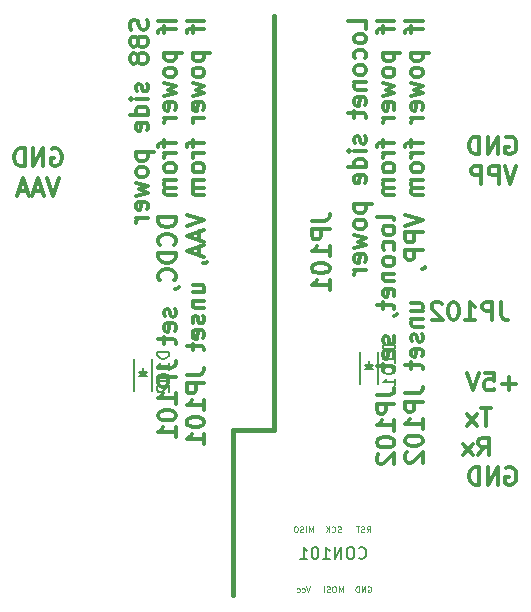
<source format=gbo>
G04 #@! TF.FileFunction,Legend,Bot*
%FSLAX46Y46*%
G04 Gerber Fmt 4.6, Leading zero omitted, Abs format (unit mm)*
G04 Created by KiCad (PCBNEW 4.0.0-stable) date 2015 December 06, Sunday 20:59:24*
%MOMM*%
G01*
G04 APERTURE LIST*
%ADD10C,0.100000*%
%ADD11C,0.300000*%
%ADD12C,0.400000*%
%ADD13C,0.150000*%
%ADD14C,0.125000*%
G04 APERTURE END LIST*
D10*
D11*
X170928571Y-111607143D02*
X169785714Y-111607143D01*
X170357143Y-112178571D02*
X170357143Y-111035714D01*
X168357142Y-110678571D02*
X169071428Y-110678571D01*
X169142857Y-111392857D01*
X169071428Y-111321429D01*
X168928571Y-111250000D01*
X168571428Y-111250000D01*
X168428571Y-111321429D01*
X168357142Y-111392857D01*
X168285714Y-111535714D01*
X168285714Y-111892857D01*
X168357142Y-112035714D01*
X168428571Y-112107143D01*
X168571428Y-112178571D01*
X168928571Y-112178571D01*
X169071428Y-112107143D01*
X169142857Y-112035714D01*
X167857143Y-110678571D02*
X167357143Y-112178571D01*
X166857143Y-110678571D01*
X170142857Y-118750000D02*
X170285714Y-118678571D01*
X170500000Y-118678571D01*
X170714285Y-118750000D01*
X170857143Y-118892857D01*
X170928571Y-119035714D01*
X171000000Y-119321429D01*
X171000000Y-119535714D01*
X170928571Y-119821429D01*
X170857143Y-119964286D01*
X170714285Y-120107143D01*
X170500000Y-120178571D01*
X170357143Y-120178571D01*
X170142857Y-120107143D01*
X170071428Y-120035714D01*
X170071428Y-119535714D01*
X170357143Y-119535714D01*
X169428571Y-120178571D02*
X169428571Y-118678571D01*
X168571428Y-120178571D01*
X168571428Y-118678571D01*
X167857142Y-120178571D02*
X167857142Y-118678571D01*
X167499999Y-118678571D01*
X167285714Y-118750000D01*
X167142856Y-118892857D01*
X167071428Y-119035714D01*
X166999999Y-119321429D01*
X166999999Y-119535714D01*
X167071428Y-119821429D01*
X167142856Y-119964286D01*
X167285714Y-120107143D01*
X167499999Y-120178571D01*
X167857142Y-120178571D01*
X168857143Y-113678571D02*
X168000000Y-113678571D01*
X168428571Y-115178571D02*
X168428571Y-113678571D01*
X167642857Y-115178571D02*
X166857143Y-114178571D01*
X167642857Y-114178571D02*
X166857143Y-115178571D01*
X167785714Y-117678571D02*
X168285714Y-116964286D01*
X168642857Y-117678571D02*
X168642857Y-116178571D01*
X168071429Y-116178571D01*
X167928571Y-116250000D01*
X167857143Y-116321429D01*
X167785714Y-116464286D01*
X167785714Y-116678571D01*
X167857143Y-116821429D01*
X167928571Y-116892857D01*
X168071429Y-116964286D01*
X168642857Y-116964286D01*
X167285714Y-117678571D02*
X166500000Y-116678571D01*
X167285714Y-116678571D02*
X166500000Y-117678571D01*
X169678571Y-104678571D02*
X169678571Y-105750000D01*
X169749999Y-105964286D01*
X169892856Y-106107143D01*
X170107142Y-106178571D01*
X170249999Y-106178571D01*
X168964285Y-106178571D02*
X168964285Y-104678571D01*
X168392857Y-104678571D01*
X168249999Y-104750000D01*
X168178571Y-104821429D01*
X168107142Y-104964286D01*
X168107142Y-105178571D01*
X168178571Y-105321429D01*
X168249999Y-105392857D01*
X168392857Y-105464286D01*
X168964285Y-105464286D01*
X166678571Y-106178571D02*
X167535714Y-106178571D01*
X167107142Y-106178571D02*
X167107142Y-104678571D01*
X167249999Y-104892857D01*
X167392857Y-105035714D01*
X167535714Y-105107143D01*
X165750000Y-104678571D02*
X165607143Y-104678571D01*
X165464286Y-104750000D01*
X165392857Y-104821429D01*
X165321428Y-104964286D01*
X165250000Y-105250000D01*
X165250000Y-105607143D01*
X165321428Y-105892857D01*
X165392857Y-106035714D01*
X165464286Y-106107143D01*
X165607143Y-106178571D01*
X165750000Y-106178571D01*
X165892857Y-106107143D01*
X165964286Y-106035714D01*
X166035714Y-105892857D01*
X166107143Y-105607143D01*
X166107143Y-105250000D01*
X166035714Y-104964286D01*
X165964286Y-104821429D01*
X165892857Y-104750000D01*
X165750000Y-104678571D01*
X164678572Y-104821429D02*
X164607143Y-104750000D01*
X164464286Y-104678571D01*
X164107143Y-104678571D01*
X163964286Y-104750000D01*
X163892857Y-104821429D01*
X163821429Y-104964286D01*
X163821429Y-105107143D01*
X163892857Y-105321429D01*
X164750000Y-106178571D01*
X163821429Y-106178571D01*
X153678571Y-97821429D02*
X154750000Y-97821429D01*
X154964286Y-97750001D01*
X155107143Y-97607144D01*
X155178571Y-97392858D01*
X155178571Y-97250001D01*
X155178571Y-98535715D02*
X153678571Y-98535715D01*
X153678571Y-99107143D01*
X153750000Y-99250001D01*
X153821429Y-99321429D01*
X153964286Y-99392858D01*
X154178571Y-99392858D01*
X154321429Y-99321429D01*
X154392857Y-99250001D01*
X154464286Y-99107143D01*
X154464286Y-98535715D01*
X155178571Y-100821429D02*
X155178571Y-99964286D01*
X155178571Y-100392858D02*
X153678571Y-100392858D01*
X153892857Y-100250001D01*
X154035714Y-100107143D01*
X154107143Y-99964286D01*
X153678571Y-101750000D02*
X153678571Y-101892857D01*
X153750000Y-102035714D01*
X153821429Y-102107143D01*
X153964286Y-102178572D01*
X154250000Y-102250000D01*
X154607143Y-102250000D01*
X154892857Y-102178572D01*
X155035714Y-102107143D01*
X155107143Y-102035714D01*
X155178571Y-101892857D01*
X155178571Y-101750000D01*
X155107143Y-101607143D01*
X155035714Y-101535714D01*
X154892857Y-101464286D01*
X154607143Y-101392857D01*
X154250000Y-101392857D01*
X153964286Y-101464286D01*
X153821429Y-101535714D01*
X153750000Y-101607143D01*
X153678571Y-101750000D01*
X155178571Y-103678571D02*
X155178571Y-102821428D01*
X155178571Y-103250000D02*
X153678571Y-103250000D01*
X153892857Y-103107143D01*
X154035714Y-102964285D01*
X154107143Y-102821428D01*
X158278571Y-81571429D02*
X158278571Y-80857143D01*
X156778571Y-80857143D01*
X158278571Y-82285715D02*
X158207143Y-82142857D01*
X158135714Y-82071429D01*
X157992857Y-82000000D01*
X157564286Y-82000000D01*
X157421429Y-82071429D01*
X157350000Y-82142857D01*
X157278571Y-82285715D01*
X157278571Y-82500000D01*
X157350000Y-82642857D01*
X157421429Y-82714286D01*
X157564286Y-82785715D01*
X157992857Y-82785715D01*
X158135714Y-82714286D01*
X158207143Y-82642857D01*
X158278571Y-82500000D01*
X158278571Y-82285715D01*
X158207143Y-84071429D02*
X158278571Y-83928572D01*
X158278571Y-83642858D01*
X158207143Y-83500000D01*
X158135714Y-83428572D01*
X157992857Y-83357143D01*
X157564286Y-83357143D01*
X157421429Y-83428572D01*
X157350000Y-83500000D01*
X157278571Y-83642858D01*
X157278571Y-83928572D01*
X157350000Y-84071429D01*
X158278571Y-84928572D02*
X158207143Y-84785714D01*
X158135714Y-84714286D01*
X157992857Y-84642857D01*
X157564286Y-84642857D01*
X157421429Y-84714286D01*
X157350000Y-84785714D01*
X157278571Y-84928572D01*
X157278571Y-85142857D01*
X157350000Y-85285714D01*
X157421429Y-85357143D01*
X157564286Y-85428572D01*
X157992857Y-85428572D01*
X158135714Y-85357143D01*
X158207143Y-85285714D01*
X158278571Y-85142857D01*
X158278571Y-84928572D01*
X157278571Y-86071429D02*
X158278571Y-86071429D01*
X157421429Y-86071429D02*
X157350000Y-86142857D01*
X157278571Y-86285715D01*
X157278571Y-86500000D01*
X157350000Y-86642857D01*
X157492857Y-86714286D01*
X158278571Y-86714286D01*
X158207143Y-88000000D02*
X158278571Y-87857143D01*
X158278571Y-87571429D01*
X158207143Y-87428572D01*
X158064286Y-87357143D01*
X157492857Y-87357143D01*
X157350000Y-87428572D01*
X157278571Y-87571429D01*
X157278571Y-87857143D01*
X157350000Y-88000000D01*
X157492857Y-88071429D01*
X157635714Y-88071429D01*
X157778571Y-87357143D01*
X157278571Y-88500000D02*
X157278571Y-89071429D01*
X156778571Y-88714286D02*
X158064286Y-88714286D01*
X158207143Y-88785714D01*
X158278571Y-88928572D01*
X158278571Y-89071429D01*
X158207143Y-90642857D02*
X158278571Y-90785714D01*
X158278571Y-91071429D01*
X158207143Y-91214286D01*
X158064286Y-91285714D01*
X157992857Y-91285714D01*
X157850000Y-91214286D01*
X157778571Y-91071429D01*
X157778571Y-90857143D01*
X157707143Y-90714286D01*
X157564286Y-90642857D01*
X157492857Y-90642857D01*
X157350000Y-90714286D01*
X157278571Y-90857143D01*
X157278571Y-91071429D01*
X157350000Y-91214286D01*
X158278571Y-91928572D02*
X157278571Y-91928572D01*
X156778571Y-91928572D02*
X156850000Y-91857143D01*
X156921429Y-91928572D01*
X156850000Y-92000000D01*
X156778571Y-91928572D01*
X156921429Y-91928572D01*
X158278571Y-93285715D02*
X156778571Y-93285715D01*
X158207143Y-93285715D02*
X158278571Y-93142858D01*
X158278571Y-92857144D01*
X158207143Y-92714286D01*
X158135714Y-92642858D01*
X157992857Y-92571429D01*
X157564286Y-92571429D01*
X157421429Y-92642858D01*
X157350000Y-92714286D01*
X157278571Y-92857144D01*
X157278571Y-93142858D01*
X157350000Y-93285715D01*
X158207143Y-94571429D02*
X158278571Y-94428572D01*
X158278571Y-94142858D01*
X158207143Y-94000001D01*
X158064286Y-93928572D01*
X157492857Y-93928572D01*
X157350000Y-94000001D01*
X157278571Y-94142858D01*
X157278571Y-94428572D01*
X157350000Y-94571429D01*
X157492857Y-94642858D01*
X157635714Y-94642858D01*
X157778571Y-93928572D01*
X157278571Y-96428572D02*
X158778571Y-96428572D01*
X157350000Y-96428572D02*
X157278571Y-96571429D01*
X157278571Y-96857143D01*
X157350000Y-97000000D01*
X157421429Y-97071429D01*
X157564286Y-97142858D01*
X157992857Y-97142858D01*
X158135714Y-97071429D01*
X158207143Y-97000000D01*
X158278571Y-96857143D01*
X158278571Y-96571429D01*
X158207143Y-96428572D01*
X158278571Y-98000001D02*
X158207143Y-97857143D01*
X158135714Y-97785715D01*
X157992857Y-97714286D01*
X157564286Y-97714286D01*
X157421429Y-97785715D01*
X157350000Y-97857143D01*
X157278571Y-98000001D01*
X157278571Y-98214286D01*
X157350000Y-98357143D01*
X157421429Y-98428572D01*
X157564286Y-98500001D01*
X157992857Y-98500001D01*
X158135714Y-98428572D01*
X158207143Y-98357143D01*
X158278571Y-98214286D01*
X158278571Y-98000001D01*
X157278571Y-99000001D02*
X158278571Y-99285715D01*
X157564286Y-99571429D01*
X158278571Y-99857144D01*
X157278571Y-100142858D01*
X158207143Y-101285715D02*
X158278571Y-101142858D01*
X158278571Y-100857144D01*
X158207143Y-100714287D01*
X158064286Y-100642858D01*
X157492857Y-100642858D01*
X157350000Y-100714287D01*
X157278571Y-100857144D01*
X157278571Y-101142858D01*
X157350000Y-101285715D01*
X157492857Y-101357144D01*
X157635714Y-101357144D01*
X157778571Y-100642858D01*
X158278571Y-102000001D02*
X157278571Y-102000001D01*
X157564286Y-102000001D02*
X157421429Y-102071429D01*
X157350000Y-102142858D01*
X157278571Y-102285715D01*
X157278571Y-102428572D01*
X160678571Y-80857143D02*
X159178571Y-80857143D01*
X159678571Y-81357143D02*
X159678571Y-81928572D01*
X160678571Y-81571429D02*
X159392857Y-81571429D01*
X159250000Y-81642857D01*
X159178571Y-81785715D01*
X159178571Y-81928572D01*
X159678571Y-83571429D02*
X161178571Y-83571429D01*
X159750000Y-83571429D02*
X159678571Y-83714286D01*
X159678571Y-84000000D01*
X159750000Y-84142857D01*
X159821429Y-84214286D01*
X159964286Y-84285715D01*
X160392857Y-84285715D01*
X160535714Y-84214286D01*
X160607143Y-84142857D01*
X160678571Y-84000000D01*
X160678571Y-83714286D01*
X160607143Y-83571429D01*
X160678571Y-85142858D02*
X160607143Y-85000000D01*
X160535714Y-84928572D01*
X160392857Y-84857143D01*
X159964286Y-84857143D01*
X159821429Y-84928572D01*
X159750000Y-85000000D01*
X159678571Y-85142858D01*
X159678571Y-85357143D01*
X159750000Y-85500000D01*
X159821429Y-85571429D01*
X159964286Y-85642858D01*
X160392857Y-85642858D01*
X160535714Y-85571429D01*
X160607143Y-85500000D01*
X160678571Y-85357143D01*
X160678571Y-85142858D01*
X159678571Y-86142858D02*
X160678571Y-86428572D01*
X159964286Y-86714286D01*
X160678571Y-87000001D01*
X159678571Y-87285715D01*
X160607143Y-88428572D02*
X160678571Y-88285715D01*
X160678571Y-88000001D01*
X160607143Y-87857144D01*
X160464286Y-87785715D01*
X159892857Y-87785715D01*
X159750000Y-87857144D01*
X159678571Y-88000001D01*
X159678571Y-88285715D01*
X159750000Y-88428572D01*
X159892857Y-88500001D01*
X160035714Y-88500001D01*
X160178571Y-87785715D01*
X160678571Y-89142858D02*
X159678571Y-89142858D01*
X159964286Y-89142858D02*
X159821429Y-89214286D01*
X159750000Y-89285715D01*
X159678571Y-89428572D01*
X159678571Y-89571429D01*
X159678571Y-91000000D02*
X159678571Y-91571429D01*
X160678571Y-91214286D02*
X159392857Y-91214286D01*
X159250000Y-91285714D01*
X159178571Y-91428572D01*
X159178571Y-91571429D01*
X160678571Y-92071429D02*
X159678571Y-92071429D01*
X159964286Y-92071429D02*
X159821429Y-92142857D01*
X159750000Y-92214286D01*
X159678571Y-92357143D01*
X159678571Y-92500000D01*
X160678571Y-93214286D02*
X160607143Y-93071428D01*
X160535714Y-93000000D01*
X160392857Y-92928571D01*
X159964286Y-92928571D01*
X159821429Y-93000000D01*
X159750000Y-93071428D01*
X159678571Y-93214286D01*
X159678571Y-93428571D01*
X159750000Y-93571428D01*
X159821429Y-93642857D01*
X159964286Y-93714286D01*
X160392857Y-93714286D01*
X160535714Y-93642857D01*
X160607143Y-93571428D01*
X160678571Y-93428571D01*
X160678571Y-93214286D01*
X160678571Y-94357143D02*
X159678571Y-94357143D01*
X159821429Y-94357143D02*
X159750000Y-94428571D01*
X159678571Y-94571429D01*
X159678571Y-94785714D01*
X159750000Y-94928571D01*
X159892857Y-95000000D01*
X160678571Y-95000000D01*
X159892857Y-95000000D02*
X159750000Y-95071429D01*
X159678571Y-95214286D01*
X159678571Y-95428571D01*
X159750000Y-95571429D01*
X159892857Y-95642857D01*
X160678571Y-95642857D01*
X160678571Y-97714286D02*
X160607143Y-97571428D01*
X160464286Y-97500000D01*
X159178571Y-97500000D01*
X160678571Y-98500000D02*
X160607143Y-98357142D01*
X160535714Y-98285714D01*
X160392857Y-98214285D01*
X159964286Y-98214285D01*
X159821429Y-98285714D01*
X159750000Y-98357142D01*
X159678571Y-98500000D01*
X159678571Y-98714285D01*
X159750000Y-98857142D01*
X159821429Y-98928571D01*
X159964286Y-99000000D01*
X160392857Y-99000000D01*
X160535714Y-98928571D01*
X160607143Y-98857142D01*
X160678571Y-98714285D01*
X160678571Y-98500000D01*
X160607143Y-100285714D02*
X160678571Y-100142857D01*
X160678571Y-99857143D01*
X160607143Y-99714285D01*
X160535714Y-99642857D01*
X160392857Y-99571428D01*
X159964286Y-99571428D01*
X159821429Y-99642857D01*
X159750000Y-99714285D01*
X159678571Y-99857143D01*
X159678571Y-100142857D01*
X159750000Y-100285714D01*
X160678571Y-101142857D02*
X160607143Y-100999999D01*
X160535714Y-100928571D01*
X160392857Y-100857142D01*
X159964286Y-100857142D01*
X159821429Y-100928571D01*
X159750000Y-100999999D01*
X159678571Y-101142857D01*
X159678571Y-101357142D01*
X159750000Y-101499999D01*
X159821429Y-101571428D01*
X159964286Y-101642857D01*
X160392857Y-101642857D01*
X160535714Y-101571428D01*
X160607143Y-101499999D01*
X160678571Y-101357142D01*
X160678571Y-101142857D01*
X159678571Y-102285714D02*
X160678571Y-102285714D01*
X159821429Y-102285714D02*
X159750000Y-102357142D01*
X159678571Y-102500000D01*
X159678571Y-102714285D01*
X159750000Y-102857142D01*
X159892857Y-102928571D01*
X160678571Y-102928571D01*
X160607143Y-104214285D02*
X160678571Y-104071428D01*
X160678571Y-103785714D01*
X160607143Y-103642857D01*
X160464286Y-103571428D01*
X159892857Y-103571428D01*
X159750000Y-103642857D01*
X159678571Y-103785714D01*
X159678571Y-104071428D01*
X159750000Y-104214285D01*
X159892857Y-104285714D01*
X160035714Y-104285714D01*
X160178571Y-103571428D01*
X159678571Y-104714285D02*
X159678571Y-105285714D01*
X159178571Y-104928571D02*
X160464286Y-104928571D01*
X160607143Y-104999999D01*
X160678571Y-105142857D01*
X160678571Y-105285714D01*
X160607143Y-105857142D02*
X160678571Y-105857142D01*
X160821429Y-105785714D01*
X160892857Y-105714285D01*
X160607143Y-107571428D02*
X160678571Y-107714285D01*
X160678571Y-108000000D01*
X160607143Y-108142857D01*
X160464286Y-108214285D01*
X160392857Y-108214285D01*
X160250000Y-108142857D01*
X160178571Y-108000000D01*
X160178571Y-107785714D01*
X160107143Y-107642857D01*
X159964286Y-107571428D01*
X159892857Y-107571428D01*
X159750000Y-107642857D01*
X159678571Y-107785714D01*
X159678571Y-108000000D01*
X159750000Y-108142857D01*
X160607143Y-109428571D02*
X160678571Y-109285714D01*
X160678571Y-109000000D01*
X160607143Y-108857143D01*
X160464286Y-108785714D01*
X159892857Y-108785714D01*
X159750000Y-108857143D01*
X159678571Y-109000000D01*
X159678571Y-109285714D01*
X159750000Y-109428571D01*
X159892857Y-109500000D01*
X160035714Y-109500000D01*
X160178571Y-108785714D01*
X159678571Y-109928571D02*
X159678571Y-110500000D01*
X159178571Y-110142857D02*
X160464286Y-110142857D01*
X160607143Y-110214285D01*
X160678571Y-110357143D01*
X160678571Y-110500000D01*
X159178571Y-112571428D02*
X160250000Y-112571428D01*
X160464286Y-112500000D01*
X160607143Y-112357143D01*
X160678571Y-112142857D01*
X160678571Y-112000000D01*
X160678571Y-113285714D02*
X159178571Y-113285714D01*
X159178571Y-113857142D01*
X159250000Y-114000000D01*
X159321429Y-114071428D01*
X159464286Y-114142857D01*
X159678571Y-114142857D01*
X159821429Y-114071428D01*
X159892857Y-114000000D01*
X159964286Y-113857142D01*
X159964286Y-113285714D01*
X160678571Y-115571428D02*
X160678571Y-114714285D01*
X160678571Y-115142857D02*
X159178571Y-115142857D01*
X159392857Y-115000000D01*
X159535714Y-114857142D01*
X159607143Y-114714285D01*
X159178571Y-116499999D02*
X159178571Y-116642856D01*
X159250000Y-116785713D01*
X159321429Y-116857142D01*
X159464286Y-116928571D01*
X159750000Y-116999999D01*
X160107143Y-116999999D01*
X160392857Y-116928571D01*
X160535714Y-116857142D01*
X160607143Y-116785713D01*
X160678571Y-116642856D01*
X160678571Y-116499999D01*
X160607143Y-116357142D01*
X160535714Y-116285713D01*
X160392857Y-116214285D01*
X160107143Y-116142856D01*
X159750000Y-116142856D01*
X159464286Y-116214285D01*
X159321429Y-116285713D01*
X159250000Y-116357142D01*
X159178571Y-116499999D01*
X159321429Y-117571427D02*
X159250000Y-117642856D01*
X159178571Y-117785713D01*
X159178571Y-118142856D01*
X159250000Y-118285713D01*
X159321429Y-118357142D01*
X159464286Y-118428570D01*
X159607143Y-118428570D01*
X159821429Y-118357142D01*
X160678571Y-117499999D01*
X160678571Y-118428570D01*
X163078571Y-80857143D02*
X161578571Y-80857143D01*
X162078571Y-81357143D02*
X162078571Y-81928572D01*
X163078571Y-81571429D02*
X161792857Y-81571429D01*
X161650000Y-81642857D01*
X161578571Y-81785715D01*
X161578571Y-81928572D01*
X162078571Y-83571429D02*
X163578571Y-83571429D01*
X162150000Y-83571429D02*
X162078571Y-83714286D01*
X162078571Y-84000000D01*
X162150000Y-84142857D01*
X162221429Y-84214286D01*
X162364286Y-84285715D01*
X162792857Y-84285715D01*
X162935714Y-84214286D01*
X163007143Y-84142857D01*
X163078571Y-84000000D01*
X163078571Y-83714286D01*
X163007143Y-83571429D01*
X163078571Y-85142858D02*
X163007143Y-85000000D01*
X162935714Y-84928572D01*
X162792857Y-84857143D01*
X162364286Y-84857143D01*
X162221429Y-84928572D01*
X162150000Y-85000000D01*
X162078571Y-85142858D01*
X162078571Y-85357143D01*
X162150000Y-85500000D01*
X162221429Y-85571429D01*
X162364286Y-85642858D01*
X162792857Y-85642858D01*
X162935714Y-85571429D01*
X163007143Y-85500000D01*
X163078571Y-85357143D01*
X163078571Y-85142858D01*
X162078571Y-86142858D02*
X163078571Y-86428572D01*
X162364286Y-86714286D01*
X163078571Y-87000001D01*
X162078571Y-87285715D01*
X163007143Y-88428572D02*
X163078571Y-88285715D01*
X163078571Y-88000001D01*
X163007143Y-87857144D01*
X162864286Y-87785715D01*
X162292857Y-87785715D01*
X162150000Y-87857144D01*
X162078571Y-88000001D01*
X162078571Y-88285715D01*
X162150000Y-88428572D01*
X162292857Y-88500001D01*
X162435714Y-88500001D01*
X162578571Y-87785715D01*
X163078571Y-89142858D02*
X162078571Y-89142858D01*
X162364286Y-89142858D02*
X162221429Y-89214286D01*
X162150000Y-89285715D01*
X162078571Y-89428572D01*
X162078571Y-89571429D01*
X162078571Y-91000000D02*
X162078571Y-91571429D01*
X163078571Y-91214286D02*
X161792857Y-91214286D01*
X161650000Y-91285714D01*
X161578571Y-91428572D01*
X161578571Y-91571429D01*
X163078571Y-92071429D02*
X162078571Y-92071429D01*
X162364286Y-92071429D02*
X162221429Y-92142857D01*
X162150000Y-92214286D01*
X162078571Y-92357143D01*
X162078571Y-92500000D01*
X163078571Y-93214286D02*
X163007143Y-93071428D01*
X162935714Y-93000000D01*
X162792857Y-92928571D01*
X162364286Y-92928571D01*
X162221429Y-93000000D01*
X162150000Y-93071428D01*
X162078571Y-93214286D01*
X162078571Y-93428571D01*
X162150000Y-93571428D01*
X162221429Y-93642857D01*
X162364286Y-93714286D01*
X162792857Y-93714286D01*
X162935714Y-93642857D01*
X163007143Y-93571428D01*
X163078571Y-93428571D01*
X163078571Y-93214286D01*
X163078571Y-94357143D02*
X162078571Y-94357143D01*
X162221429Y-94357143D02*
X162150000Y-94428571D01*
X162078571Y-94571429D01*
X162078571Y-94785714D01*
X162150000Y-94928571D01*
X162292857Y-95000000D01*
X163078571Y-95000000D01*
X162292857Y-95000000D02*
X162150000Y-95071429D01*
X162078571Y-95214286D01*
X162078571Y-95428571D01*
X162150000Y-95571429D01*
X162292857Y-95642857D01*
X163078571Y-95642857D01*
X161578571Y-97285714D02*
X163078571Y-97785714D01*
X161578571Y-98285714D01*
X163078571Y-98785714D02*
X161578571Y-98785714D01*
X161578571Y-99357142D01*
X161650000Y-99500000D01*
X161721429Y-99571428D01*
X161864286Y-99642857D01*
X162078571Y-99642857D01*
X162221429Y-99571428D01*
X162292857Y-99500000D01*
X162364286Y-99357142D01*
X162364286Y-98785714D01*
X163078571Y-100285714D02*
X161578571Y-100285714D01*
X161578571Y-100857142D01*
X161650000Y-101000000D01*
X161721429Y-101071428D01*
X161864286Y-101142857D01*
X162078571Y-101142857D01*
X162221429Y-101071428D01*
X162292857Y-101000000D01*
X162364286Y-100857142D01*
X162364286Y-100285714D01*
X163007143Y-101857142D02*
X163078571Y-101857142D01*
X163221429Y-101785714D01*
X163292857Y-101714285D01*
X162078571Y-105428571D02*
X163078571Y-105428571D01*
X162078571Y-104785714D02*
X162864286Y-104785714D01*
X163007143Y-104857142D01*
X163078571Y-105000000D01*
X163078571Y-105214285D01*
X163007143Y-105357142D01*
X162935714Y-105428571D01*
X162078571Y-106142857D02*
X163078571Y-106142857D01*
X162221429Y-106142857D02*
X162150000Y-106214285D01*
X162078571Y-106357143D01*
X162078571Y-106571428D01*
X162150000Y-106714285D01*
X162292857Y-106785714D01*
X163078571Y-106785714D01*
X163007143Y-107428571D02*
X163078571Y-107571428D01*
X163078571Y-107857143D01*
X163007143Y-108000000D01*
X162864286Y-108071428D01*
X162792857Y-108071428D01*
X162650000Y-108000000D01*
X162578571Y-107857143D01*
X162578571Y-107642857D01*
X162507143Y-107500000D01*
X162364286Y-107428571D01*
X162292857Y-107428571D01*
X162150000Y-107500000D01*
X162078571Y-107642857D01*
X162078571Y-107857143D01*
X162150000Y-108000000D01*
X163007143Y-109285714D02*
X163078571Y-109142857D01*
X163078571Y-108857143D01*
X163007143Y-108714286D01*
X162864286Y-108642857D01*
X162292857Y-108642857D01*
X162150000Y-108714286D01*
X162078571Y-108857143D01*
X162078571Y-109142857D01*
X162150000Y-109285714D01*
X162292857Y-109357143D01*
X162435714Y-109357143D01*
X162578571Y-108642857D01*
X162078571Y-109785714D02*
X162078571Y-110357143D01*
X161578571Y-110000000D02*
X162864286Y-110000000D01*
X163007143Y-110071428D01*
X163078571Y-110214286D01*
X163078571Y-110357143D01*
X161578571Y-112428571D02*
X162650000Y-112428571D01*
X162864286Y-112357143D01*
X163007143Y-112214286D01*
X163078571Y-112000000D01*
X163078571Y-111857143D01*
X163078571Y-113142857D02*
X161578571Y-113142857D01*
X161578571Y-113714285D01*
X161650000Y-113857143D01*
X161721429Y-113928571D01*
X161864286Y-114000000D01*
X162078571Y-114000000D01*
X162221429Y-113928571D01*
X162292857Y-113857143D01*
X162364286Y-113714285D01*
X162364286Y-113142857D01*
X163078571Y-115428571D02*
X163078571Y-114571428D01*
X163078571Y-115000000D02*
X161578571Y-115000000D01*
X161792857Y-114857143D01*
X161935714Y-114714285D01*
X162007143Y-114571428D01*
X161578571Y-116357142D02*
X161578571Y-116499999D01*
X161650000Y-116642856D01*
X161721429Y-116714285D01*
X161864286Y-116785714D01*
X162150000Y-116857142D01*
X162507143Y-116857142D01*
X162792857Y-116785714D01*
X162935714Y-116714285D01*
X163007143Y-116642856D01*
X163078571Y-116499999D01*
X163078571Y-116357142D01*
X163007143Y-116214285D01*
X162935714Y-116142856D01*
X162792857Y-116071428D01*
X162507143Y-115999999D01*
X162150000Y-115999999D01*
X161864286Y-116071428D01*
X161721429Y-116142856D01*
X161650000Y-116214285D01*
X161578571Y-116357142D01*
X161721429Y-117428570D02*
X161650000Y-117499999D01*
X161578571Y-117642856D01*
X161578571Y-117999999D01*
X161650000Y-118142856D01*
X161721429Y-118214285D01*
X161864286Y-118285713D01*
X162007143Y-118285713D01*
X162221429Y-118214285D01*
X163078571Y-117357142D01*
X163078571Y-118285713D01*
X171000000Y-93178571D02*
X170500000Y-94678571D01*
X170000000Y-93178571D01*
X169500000Y-94678571D02*
X169500000Y-93178571D01*
X168928572Y-93178571D01*
X168785714Y-93250000D01*
X168714286Y-93321429D01*
X168642857Y-93464286D01*
X168642857Y-93678571D01*
X168714286Y-93821429D01*
X168785714Y-93892857D01*
X168928572Y-93964286D01*
X169500000Y-93964286D01*
X168000000Y-94678571D02*
X168000000Y-93178571D01*
X167428572Y-93178571D01*
X167285714Y-93250000D01*
X167214286Y-93321429D01*
X167142857Y-93464286D01*
X167142857Y-93678571D01*
X167214286Y-93821429D01*
X167285714Y-93892857D01*
X167428572Y-93964286D01*
X168000000Y-93964286D01*
X170142857Y-90750000D02*
X170285714Y-90678571D01*
X170500000Y-90678571D01*
X170714285Y-90750000D01*
X170857143Y-90892857D01*
X170928571Y-91035714D01*
X171000000Y-91321429D01*
X171000000Y-91535714D01*
X170928571Y-91821429D01*
X170857143Y-91964286D01*
X170714285Y-92107143D01*
X170500000Y-92178571D01*
X170357143Y-92178571D01*
X170142857Y-92107143D01*
X170071428Y-92035714D01*
X170071428Y-91535714D01*
X170357143Y-91535714D01*
X169428571Y-92178571D02*
X169428571Y-90678571D01*
X168571428Y-92178571D01*
X168571428Y-90678571D01*
X167857142Y-92178571D02*
X167857142Y-90678571D01*
X167499999Y-90678571D01*
X167285714Y-90750000D01*
X167142856Y-90892857D01*
X167071428Y-91035714D01*
X166999999Y-91321429D01*
X166999999Y-91535714D01*
X167071428Y-91821429D01*
X167142856Y-91964286D01*
X167285714Y-92107143D01*
X167499999Y-92178571D01*
X167857142Y-92178571D01*
X132285714Y-94178571D02*
X131785714Y-95678571D01*
X131285714Y-94178571D01*
X130857143Y-95250000D02*
X130142857Y-95250000D01*
X131000000Y-95678571D02*
X130500000Y-94178571D01*
X130000000Y-95678571D01*
X129571429Y-95250000D02*
X128857143Y-95250000D01*
X129714286Y-95678571D02*
X129214286Y-94178571D01*
X128714286Y-95678571D01*
X131642857Y-91750000D02*
X131785714Y-91678571D01*
X132000000Y-91678571D01*
X132214285Y-91750000D01*
X132357143Y-91892857D01*
X132428571Y-92035714D01*
X132500000Y-92321429D01*
X132500000Y-92535714D01*
X132428571Y-92821429D01*
X132357143Y-92964286D01*
X132214285Y-93107143D01*
X132000000Y-93178571D01*
X131857143Y-93178571D01*
X131642857Y-93107143D01*
X131571428Y-93035714D01*
X131571428Y-92535714D01*
X131857143Y-92535714D01*
X130928571Y-93178571D02*
X130928571Y-91678571D01*
X130071428Y-93178571D01*
X130071428Y-91678571D01*
X129357142Y-93178571D02*
X129357142Y-91678571D01*
X128999999Y-91678571D01*
X128785714Y-91750000D01*
X128642856Y-91892857D01*
X128571428Y-92035714D01*
X128499999Y-92321429D01*
X128499999Y-92535714D01*
X128571428Y-92821429D01*
X128642856Y-92964286D01*
X128785714Y-93107143D01*
X128999999Y-93178571D01*
X129357142Y-93178571D01*
X139707143Y-80785714D02*
X139778571Y-81000000D01*
X139778571Y-81357143D01*
X139707143Y-81500000D01*
X139635714Y-81571429D01*
X139492857Y-81642857D01*
X139350000Y-81642857D01*
X139207143Y-81571429D01*
X139135714Y-81500000D01*
X139064286Y-81357143D01*
X138992857Y-81071429D01*
X138921429Y-80928571D01*
X138850000Y-80857143D01*
X138707143Y-80785714D01*
X138564286Y-80785714D01*
X138421429Y-80857143D01*
X138350000Y-80928571D01*
X138278571Y-81071429D01*
X138278571Y-81428571D01*
X138350000Y-81642857D01*
X138921429Y-82500000D02*
X138850000Y-82357142D01*
X138778571Y-82285714D01*
X138635714Y-82214285D01*
X138564286Y-82214285D01*
X138421429Y-82285714D01*
X138350000Y-82357142D01*
X138278571Y-82500000D01*
X138278571Y-82785714D01*
X138350000Y-82928571D01*
X138421429Y-83000000D01*
X138564286Y-83071428D01*
X138635714Y-83071428D01*
X138778571Y-83000000D01*
X138850000Y-82928571D01*
X138921429Y-82785714D01*
X138921429Y-82500000D01*
X138992857Y-82357142D01*
X139064286Y-82285714D01*
X139207143Y-82214285D01*
X139492857Y-82214285D01*
X139635714Y-82285714D01*
X139707143Y-82357142D01*
X139778571Y-82500000D01*
X139778571Y-82785714D01*
X139707143Y-82928571D01*
X139635714Y-83000000D01*
X139492857Y-83071428D01*
X139207143Y-83071428D01*
X139064286Y-83000000D01*
X138992857Y-82928571D01*
X138921429Y-82785714D01*
X138921429Y-83928571D02*
X138850000Y-83785713D01*
X138778571Y-83714285D01*
X138635714Y-83642856D01*
X138564286Y-83642856D01*
X138421429Y-83714285D01*
X138350000Y-83785713D01*
X138278571Y-83928571D01*
X138278571Y-84214285D01*
X138350000Y-84357142D01*
X138421429Y-84428571D01*
X138564286Y-84499999D01*
X138635714Y-84499999D01*
X138778571Y-84428571D01*
X138850000Y-84357142D01*
X138921429Y-84214285D01*
X138921429Y-83928571D01*
X138992857Y-83785713D01*
X139064286Y-83714285D01*
X139207143Y-83642856D01*
X139492857Y-83642856D01*
X139635714Y-83714285D01*
X139707143Y-83785713D01*
X139778571Y-83928571D01*
X139778571Y-84214285D01*
X139707143Y-84357142D01*
X139635714Y-84428571D01*
X139492857Y-84499999D01*
X139207143Y-84499999D01*
X139064286Y-84428571D01*
X138992857Y-84357142D01*
X138921429Y-84214285D01*
X139707143Y-86214284D02*
X139778571Y-86357141D01*
X139778571Y-86642856D01*
X139707143Y-86785713D01*
X139564286Y-86857141D01*
X139492857Y-86857141D01*
X139350000Y-86785713D01*
X139278571Y-86642856D01*
X139278571Y-86428570D01*
X139207143Y-86285713D01*
X139064286Y-86214284D01*
X138992857Y-86214284D01*
X138850000Y-86285713D01*
X138778571Y-86428570D01*
X138778571Y-86642856D01*
X138850000Y-86785713D01*
X139778571Y-87499999D02*
X138778571Y-87499999D01*
X138278571Y-87499999D02*
X138350000Y-87428570D01*
X138421429Y-87499999D01*
X138350000Y-87571427D01*
X138278571Y-87499999D01*
X138421429Y-87499999D01*
X139778571Y-88857142D02*
X138278571Y-88857142D01*
X139707143Y-88857142D02*
X139778571Y-88714285D01*
X139778571Y-88428571D01*
X139707143Y-88285713D01*
X139635714Y-88214285D01*
X139492857Y-88142856D01*
X139064286Y-88142856D01*
X138921429Y-88214285D01*
X138850000Y-88285713D01*
X138778571Y-88428571D01*
X138778571Y-88714285D01*
X138850000Y-88857142D01*
X139707143Y-90142856D02*
X139778571Y-89999999D01*
X139778571Y-89714285D01*
X139707143Y-89571428D01*
X139564286Y-89499999D01*
X138992857Y-89499999D01*
X138850000Y-89571428D01*
X138778571Y-89714285D01*
X138778571Y-89999999D01*
X138850000Y-90142856D01*
X138992857Y-90214285D01*
X139135714Y-90214285D01*
X139278571Y-89499999D01*
X138778571Y-91999999D02*
X140278571Y-91999999D01*
X138850000Y-91999999D02*
X138778571Y-92142856D01*
X138778571Y-92428570D01*
X138850000Y-92571427D01*
X138921429Y-92642856D01*
X139064286Y-92714285D01*
X139492857Y-92714285D01*
X139635714Y-92642856D01*
X139707143Y-92571427D01*
X139778571Y-92428570D01*
X139778571Y-92142856D01*
X139707143Y-91999999D01*
X139778571Y-93571428D02*
X139707143Y-93428570D01*
X139635714Y-93357142D01*
X139492857Y-93285713D01*
X139064286Y-93285713D01*
X138921429Y-93357142D01*
X138850000Y-93428570D01*
X138778571Y-93571428D01*
X138778571Y-93785713D01*
X138850000Y-93928570D01*
X138921429Y-93999999D01*
X139064286Y-94071428D01*
X139492857Y-94071428D01*
X139635714Y-93999999D01*
X139707143Y-93928570D01*
X139778571Y-93785713D01*
X139778571Y-93571428D01*
X138778571Y-94571428D02*
X139778571Y-94857142D01*
X139064286Y-95142856D01*
X139778571Y-95428571D01*
X138778571Y-95714285D01*
X139707143Y-96857142D02*
X139778571Y-96714285D01*
X139778571Y-96428571D01*
X139707143Y-96285714D01*
X139564286Y-96214285D01*
X138992857Y-96214285D01*
X138850000Y-96285714D01*
X138778571Y-96428571D01*
X138778571Y-96714285D01*
X138850000Y-96857142D01*
X138992857Y-96928571D01*
X139135714Y-96928571D01*
X139278571Y-96214285D01*
X139778571Y-97571428D02*
X138778571Y-97571428D01*
X139064286Y-97571428D02*
X138921429Y-97642856D01*
X138850000Y-97714285D01*
X138778571Y-97857142D01*
X138778571Y-97999999D01*
X142178571Y-80857143D02*
X140678571Y-80857143D01*
X141178571Y-81357143D02*
X141178571Y-81928572D01*
X142178571Y-81571429D02*
X140892857Y-81571429D01*
X140750000Y-81642857D01*
X140678571Y-81785715D01*
X140678571Y-81928572D01*
X141178571Y-83571429D02*
X142678571Y-83571429D01*
X141250000Y-83571429D02*
X141178571Y-83714286D01*
X141178571Y-84000000D01*
X141250000Y-84142857D01*
X141321429Y-84214286D01*
X141464286Y-84285715D01*
X141892857Y-84285715D01*
X142035714Y-84214286D01*
X142107143Y-84142857D01*
X142178571Y-84000000D01*
X142178571Y-83714286D01*
X142107143Y-83571429D01*
X142178571Y-85142858D02*
X142107143Y-85000000D01*
X142035714Y-84928572D01*
X141892857Y-84857143D01*
X141464286Y-84857143D01*
X141321429Y-84928572D01*
X141250000Y-85000000D01*
X141178571Y-85142858D01*
X141178571Y-85357143D01*
X141250000Y-85500000D01*
X141321429Y-85571429D01*
X141464286Y-85642858D01*
X141892857Y-85642858D01*
X142035714Y-85571429D01*
X142107143Y-85500000D01*
X142178571Y-85357143D01*
X142178571Y-85142858D01*
X141178571Y-86142858D02*
X142178571Y-86428572D01*
X141464286Y-86714286D01*
X142178571Y-87000001D01*
X141178571Y-87285715D01*
X142107143Y-88428572D02*
X142178571Y-88285715D01*
X142178571Y-88000001D01*
X142107143Y-87857144D01*
X141964286Y-87785715D01*
X141392857Y-87785715D01*
X141250000Y-87857144D01*
X141178571Y-88000001D01*
X141178571Y-88285715D01*
X141250000Y-88428572D01*
X141392857Y-88500001D01*
X141535714Y-88500001D01*
X141678571Y-87785715D01*
X142178571Y-89142858D02*
X141178571Y-89142858D01*
X141464286Y-89142858D02*
X141321429Y-89214286D01*
X141250000Y-89285715D01*
X141178571Y-89428572D01*
X141178571Y-89571429D01*
X141178571Y-91000000D02*
X141178571Y-91571429D01*
X142178571Y-91214286D02*
X140892857Y-91214286D01*
X140750000Y-91285714D01*
X140678571Y-91428572D01*
X140678571Y-91571429D01*
X142178571Y-92071429D02*
X141178571Y-92071429D01*
X141464286Y-92071429D02*
X141321429Y-92142857D01*
X141250000Y-92214286D01*
X141178571Y-92357143D01*
X141178571Y-92500000D01*
X142178571Y-93214286D02*
X142107143Y-93071428D01*
X142035714Y-93000000D01*
X141892857Y-92928571D01*
X141464286Y-92928571D01*
X141321429Y-93000000D01*
X141250000Y-93071428D01*
X141178571Y-93214286D01*
X141178571Y-93428571D01*
X141250000Y-93571428D01*
X141321429Y-93642857D01*
X141464286Y-93714286D01*
X141892857Y-93714286D01*
X142035714Y-93642857D01*
X142107143Y-93571428D01*
X142178571Y-93428571D01*
X142178571Y-93214286D01*
X142178571Y-94357143D02*
X141178571Y-94357143D01*
X141321429Y-94357143D02*
X141250000Y-94428571D01*
X141178571Y-94571429D01*
X141178571Y-94785714D01*
X141250000Y-94928571D01*
X141392857Y-95000000D01*
X142178571Y-95000000D01*
X141392857Y-95000000D02*
X141250000Y-95071429D01*
X141178571Y-95214286D01*
X141178571Y-95428571D01*
X141250000Y-95571429D01*
X141392857Y-95642857D01*
X142178571Y-95642857D01*
X142178571Y-97500000D02*
X140678571Y-97500000D01*
X140678571Y-97857143D01*
X140750000Y-98071428D01*
X140892857Y-98214286D01*
X141035714Y-98285714D01*
X141321429Y-98357143D01*
X141535714Y-98357143D01*
X141821429Y-98285714D01*
X141964286Y-98214286D01*
X142107143Y-98071428D01*
X142178571Y-97857143D01*
X142178571Y-97500000D01*
X142035714Y-99857143D02*
X142107143Y-99785714D01*
X142178571Y-99571428D01*
X142178571Y-99428571D01*
X142107143Y-99214286D01*
X141964286Y-99071428D01*
X141821429Y-99000000D01*
X141535714Y-98928571D01*
X141321429Y-98928571D01*
X141035714Y-99000000D01*
X140892857Y-99071428D01*
X140750000Y-99214286D01*
X140678571Y-99428571D01*
X140678571Y-99571428D01*
X140750000Y-99785714D01*
X140821429Y-99857143D01*
X142178571Y-100500000D02*
X140678571Y-100500000D01*
X140678571Y-100857143D01*
X140750000Y-101071428D01*
X140892857Y-101214286D01*
X141035714Y-101285714D01*
X141321429Y-101357143D01*
X141535714Y-101357143D01*
X141821429Y-101285714D01*
X141964286Y-101214286D01*
X142107143Y-101071428D01*
X142178571Y-100857143D01*
X142178571Y-100500000D01*
X142035714Y-102857143D02*
X142107143Y-102785714D01*
X142178571Y-102571428D01*
X142178571Y-102428571D01*
X142107143Y-102214286D01*
X141964286Y-102071428D01*
X141821429Y-102000000D01*
X141535714Y-101928571D01*
X141321429Y-101928571D01*
X141035714Y-102000000D01*
X140892857Y-102071428D01*
X140750000Y-102214286D01*
X140678571Y-102428571D01*
X140678571Y-102571428D01*
X140750000Y-102785714D01*
X140821429Y-102857143D01*
X142107143Y-103571428D02*
X142178571Y-103571428D01*
X142321429Y-103500000D01*
X142392857Y-103428571D01*
X142107143Y-105285714D02*
X142178571Y-105428571D01*
X142178571Y-105714286D01*
X142107143Y-105857143D01*
X141964286Y-105928571D01*
X141892857Y-105928571D01*
X141750000Y-105857143D01*
X141678571Y-105714286D01*
X141678571Y-105500000D01*
X141607143Y-105357143D01*
X141464286Y-105285714D01*
X141392857Y-105285714D01*
X141250000Y-105357143D01*
X141178571Y-105500000D01*
X141178571Y-105714286D01*
X141250000Y-105857143D01*
X142107143Y-107142857D02*
X142178571Y-107000000D01*
X142178571Y-106714286D01*
X142107143Y-106571429D01*
X141964286Y-106500000D01*
X141392857Y-106500000D01*
X141250000Y-106571429D01*
X141178571Y-106714286D01*
X141178571Y-107000000D01*
X141250000Y-107142857D01*
X141392857Y-107214286D01*
X141535714Y-107214286D01*
X141678571Y-106500000D01*
X141178571Y-107642857D02*
X141178571Y-108214286D01*
X140678571Y-107857143D02*
X141964286Y-107857143D01*
X142107143Y-107928571D01*
X142178571Y-108071429D01*
X142178571Y-108214286D01*
X140678571Y-110285714D02*
X141750000Y-110285714D01*
X141964286Y-110214286D01*
X142107143Y-110071429D01*
X142178571Y-109857143D01*
X142178571Y-109714286D01*
X142178571Y-111000000D02*
X140678571Y-111000000D01*
X140678571Y-111571428D01*
X140750000Y-111714286D01*
X140821429Y-111785714D01*
X140964286Y-111857143D01*
X141178571Y-111857143D01*
X141321429Y-111785714D01*
X141392857Y-111714286D01*
X141464286Y-111571428D01*
X141464286Y-111000000D01*
X142178571Y-113285714D02*
X142178571Y-112428571D01*
X142178571Y-112857143D02*
X140678571Y-112857143D01*
X140892857Y-112714286D01*
X141035714Y-112571428D01*
X141107143Y-112428571D01*
X140678571Y-114214285D02*
X140678571Y-114357142D01*
X140750000Y-114499999D01*
X140821429Y-114571428D01*
X140964286Y-114642857D01*
X141250000Y-114714285D01*
X141607143Y-114714285D01*
X141892857Y-114642857D01*
X142035714Y-114571428D01*
X142107143Y-114499999D01*
X142178571Y-114357142D01*
X142178571Y-114214285D01*
X142107143Y-114071428D01*
X142035714Y-113999999D01*
X141892857Y-113928571D01*
X141607143Y-113857142D01*
X141250000Y-113857142D01*
X140964286Y-113928571D01*
X140821429Y-113999999D01*
X140750000Y-114071428D01*
X140678571Y-114214285D01*
X142178571Y-116142856D02*
X142178571Y-115285713D01*
X142178571Y-115714285D02*
X140678571Y-115714285D01*
X140892857Y-115571428D01*
X141035714Y-115428570D01*
X141107143Y-115285713D01*
X144578571Y-80857143D02*
X143078571Y-80857143D01*
X143578571Y-81357143D02*
X143578571Y-81928572D01*
X144578571Y-81571429D02*
X143292857Y-81571429D01*
X143150000Y-81642857D01*
X143078571Y-81785715D01*
X143078571Y-81928572D01*
X143578571Y-83571429D02*
X145078571Y-83571429D01*
X143650000Y-83571429D02*
X143578571Y-83714286D01*
X143578571Y-84000000D01*
X143650000Y-84142857D01*
X143721429Y-84214286D01*
X143864286Y-84285715D01*
X144292857Y-84285715D01*
X144435714Y-84214286D01*
X144507143Y-84142857D01*
X144578571Y-84000000D01*
X144578571Y-83714286D01*
X144507143Y-83571429D01*
X144578571Y-85142858D02*
X144507143Y-85000000D01*
X144435714Y-84928572D01*
X144292857Y-84857143D01*
X143864286Y-84857143D01*
X143721429Y-84928572D01*
X143650000Y-85000000D01*
X143578571Y-85142858D01*
X143578571Y-85357143D01*
X143650000Y-85500000D01*
X143721429Y-85571429D01*
X143864286Y-85642858D01*
X144292857Y-85642858D01*
X144435714Y-85571429D01*
X144507143Y-85500000D01*
X144578571Y-85357143D01*
X144578571Y-85142858D01*
X143578571Y-86142858D02*
X144578571Y-86428572D01*
X143864286Y-86714286D01*
X144578571Y-87000001D01*
X143578571Y-87285715D01*
X144507143Y-88428572D02*
X144578571Y-88285715D01*
X144578571Y-88000001D01*
X144507143Y-87857144D01*
X144364286Y-87785715D01*
X143792857Y-87785715D01*
X143650000Y-87857144D01*
X143578571Y-88000001D01*
X143578571Y-88285715D01*
X143650000Y-88428572D01*
X143792857Y-88500001D01*
X143935714Y-88500001D01*
X144078571Y-87785715D01*
X144578571Y-89142858D02*
X143578571Y-89142858D01*
X143864286Y-89142858D02*
X143721429Y-89214286D01*
X143650000Y-89285715D01*
X143578571Y-89428572D01*
X143578571Y-89571429D01*
X143578571Y-91000000D02*
X143578571Y-91571429D01*
X144578571Y-91214286D02*
X143292857Y-91214286D01*
X143150000Y-91285714D01*
X143078571Y-91428572D01*
X143078571Y-91571429D01*
X144578571Y-92071429D02*
X143578571Y-92071429D01*
X143864286Y-92071429D02*
X143721429Y-92142857D01*
X143650000Y-92214286D01*
X143578571Y-92357143D01*
X143578571Y-92500000D01*
X144578571Y-93214286D02*
X144507143Y-93071428D01*
X144435714Y-93000000D01*
X144292857Y-92928571D01*
X143864286Y-92928571D01*
X143721429Y-93000000D01*
X143650000Y-93071428D01*
X143578571Y-93214286D01*
X143578571Y-93428571D01*
X143650000Y-93571428D01*
X143721429Y-93642857D01*
X143864286Y-93714286D01*
X144292857Y-93714286D01*
X144435714Y-93642857D01*
X144507143Y-93571428D01*
X144578571Y-93428571D01*
X144578571Y-93214286D01*
X144578571Y-94357143D02*
X143578571Y-94357143D01*
X143721429Y-94357143D02*
X143650000Y-94428571D01*
X143578571Y-94571429D01*
X143578571Y-94785714D01*
X143650000Y-94928571D01*
X143792857Y-95000000D01*
X144578571Y-95000000D01*
X143792857Y-95000000D02*
X143650000Y-95071429D01*
X143578571Y-95214286D01*
X143578571Y-95428571D01*
X143650000Y-95571429D01*
X143792857Y-95642857D01*
X144578571Y-95642857D01*
X143078571Y-97285714D02*
X144578571Y-97785714D01*
X143078571Y-98285714D01*
X144150000Y-98714285D02*
X144150000Y-99428571D01*
X144578571Y-98571428D02*
X143078571Y-99071428D01*
X144578571Y-99571428D01*
X144150000Y-99999999D02*
X144150000Y-100714285D01*
X144578571Y-99857142D02*
X143078571Y-100357142D01*
X144578571Y-100857142D01*
X144507143Y-101428570D02*
X144578571Y-101428570D01*
X144721429Y-101357142D01*
X144792857Y-101285713D01*
X143578571Y-103857142D02*
X144578571Y-103857142D01*
X143578571Y-103214285D02*
X144364286Y-103214285D01*
X144507143Y-103285713D01*
X144578571Y-103428571D01*
X144578571Y-103642856D01*
X144507143Y-103785713D01*
X144435714Y-103857142D01*
X143578571Y-104571428D02*
X144578571Y-104571428D01*
X143721429Y-104571428D02*
X143650000Y-104642856D01*
X143578571Y-104785714D01*
X143578571Y-104999999D01*
X143650000Y-105142856D01*
X143792857Y-105214285D01*
X144578571Y-105214285D01*
X144507143Y-105857142D02*
X144578571Y-105999999D01*
X144578571Y-106285714D01*
X144507143Y-106428571D01*
X144364286Y-106499999D01*
X144292857Y-106499999D01*
X144150000Y-106428571D01*
X144078571Y-106285714D01*
X144078571Y-106071428D01*
X144007143Y-105928571D01*
X143864286Y-105857142D01*
X143792857Y-105857142D01*
X143650000Y-105928571D01*
X143578571Y-106071428D01*
X143578571Y-106285714D01*
X143650000Y-106428571D01*
X144507143Y-107714285D02*
X144578571Y-107571428D01*
X144578571Y-107285714D01*
X144507143Y-107142857D01*
X144364286Y-107071428D01*
X143792857Y-107071428D01*
X143650000Y-107142857D01*
X143578571Y-107285714D01*
X143578571Y-107571428D01*
X143650000Y-107714285D01*
X143792857Y-107785714D01*
X143935714Y-107785714D01*
X144078571Y-107071428D01*
X143578571Y-108214285D02*
X143578571Y-108785714D01*
X143078571Y-108428571D02*
X144364286Y-108428571D01*
X144507143Y-108499999D01*
X144578571Y-108642857D01*
X144578571Y-108785714D01*
X143078571Y-110857142D02*
X144150000Y-110857142D01*
X144364286Y-110785714D01*
X144507143Y-110642857D01*
X144578571Y-110428571D01*
X144578571Y-110285714D01*
X144578571Y-111571428D02*
X143078571Y-111571428D01*
X143078571Y-112142856D01*
X143150000Y-112285714D01*
X143221429Y-112357142D01*
X143364286Y-112428571D01*
X143578571Y-112428571D01*
X143721429Y-112357142D01*
X143792857Y-112285714D01*
X143864286Y-112142856D01*
X143864286Y-111571428D01*
X144578571Y-113857142D02*
X144578571Y-112999999D01*
X144578571Y-113428571D02*
X143078571Y-113428571D01*
X143292857Y-113285714D01*
X143435714Y-113142856D01*
X143507143Y-112999999D01*
X143078571Y-114785713D02*
X143078571Y-114928570D01*
X143150000Y-115071427D01*
X143221429Y-115142856D01*
X143364286Y-115214285D01*
X143650000Y-115285713D01*
X144007143Y-115285713D01*
X144292857Y-115214285D01*
X144435714Y-115142856D01*
X144507143Y-115071427D01*
X144578571Y-114928570D01*
X144578571Y-114785713D01*
X144507143Y-114642856D01*
X144435714Y-114571427D01*
X144292857Y-114499999D01*
X144007143Y-114428570D01*
X143650000Y-114428570D01*
X143364286Y-114499999D01*
X143221429Y-114571427D01*
X143150000Y-114642856D01*
X143078571Y-114785713D01*
X144578571Y-116714284D02*
X144578571Y-115857141D01*
X144578571Y-116285713D02*
X143078571Y-116285713D01*
X143292857Y-116142856D01*
X143435714Y-115999998D01*
X143507143Y-115857141D01*
D12*
X150500000Y-115500000D02*
X150500000Y-80500000D01*
X147000000Y-115500000D02*
X150500000Y-115500000D01*
X147000000Y-129500000D02*
X147000000Y-115500000D01*
D13*
X157750000Y-111600000D02*
X157750000Y-108900000D01*
X159250000Y-111600000D02*
X159250000Y-108900000D01*
X158350000Y-110100000D02*
X158600000Y-110100000D01*
X158600000Y-110100000D02*
X158450000Y-110250000D01*
X158850000Y-110350000D02*
X158150000Y-110350000D01*
X158500000Y-110000000D02*
X158500000Y-109650000D01*
X158500000Y-110350000D02*
X158850000Y-110000000D01*
X158850000Y-110000000D02*
X158150000Y-110000000D01*
X158150000Y-110000000D02*
X158500000Y-110350000D01*
X138650000Y-112200000D02*
X138650000Y-109500000D01*
X140150000Y-112200000D02*
X140150000Y-109500000D01*
X139250000Y-110700000D02*
X139500000Y-110700000D01*
X139500000Y-110700000D02*
X139350000Y-110850000D01*
X139750000Y-110950000D02*
X139050000Y-110950000D01*
X139400000Y-110600000D02*
X139400000Y-110250000D01*
X139400000Y-110950000D02*
X139750000Y-110600000D01*
X139750000Y-110600000D02*
X139050000Y-110600000D01*
X139050000Y-110600000D02*
X139400000Y-110950000D01*
X160702381Y-108309524D02*
X159702381Y-108309524D01*
X159702381Y-108547619D01*
X159750000Y-108690477D01*
X159845238Y-108785715D01*
X159940476Y-108833334D01*
X160130952Y-108880953D01*
X160273810Y-108880953D01*
X160464286Y-108833334D01*
X160559524Y-108785715D01*
X160654762Y-108690477D01*
X160702381Y-108547619D01*
X160702381Y-108309524D01*
X160702381Y-109833334D02*
X160702381Y-109261905D01*
X160702381Y-109547619D02*
X159702381Y-109547619D01*
X159845238Y-109452381D01*
X159940476Y-109357143D01*
X159988095Y-109261905D01*
X159702381Y-110452381D02*
X159702381Y-110547620D01*
X159750000Y-110642858D01*
X159797619Y-110690477D01*
X159892857Y-110738096D01*
X160083333Y-110785715D01*
X160321429Y-110785715D01*
X160511905Y-110738096D01*
X160607143Y-110690477D01*
X160654762Y-110642858D01*
X160702381Y-110547620D01*
X160702381Y-110452381D01*
X160654762Y-110357143D01*
X160607143Y-110309524D01*
X160511905Y-110261905D01*
X160321429Y-110214286D01*
X160083333Y-110214286D01*
X159892857Y-110261905D01*
X159797619Y-110309524D01*
X159750000Y-110357143D01*
X159702381Y-110452381D01*
X160702381Y-111738096D02*
X160702381Y-111166667D01*
X160702381Y-111452381D02*
X159702381Y-111452381D01*
X159845238Y-111357143D01*
X159940476Y-111261905D01*
X159988095Y-111166667D01*
X141602381Y-108909524D02*
X140602381Y-108909524D01*
X140602381Y-109147619D01*
X140650000Y-109290477D01*
X140745238Y-109385715D01*
X140840476Y-109433334D01*
X141030952Y-109480953D01*
X141173810Y-109480953D01*
X141364286Y-109433334D01*
X141459524Y-109385715D01*
X141554762Y-109290477D01*
X141602381Y-109147619D01*
X141602381Y-108909524D01*
X141602381Y-110433334D02*
X141602381Y-109861905D01*
X141602381Y-110147619D02*
X140602381Y-110147619D01*
X140745238Y-110052381D01*
X140840476Y-109957143D01*
X140888095Y-109861905D01*
X140602381Y-111052381D02*
X140602381Y-111147620D01*
X140650000Y-111242858D01*
X140697619Y-111290477D01*
X140792857Y-111338096D01*
X140983333Y-111385715D01*
X141221429Y-111385715D01*
X141411905Y-111338096D01*
X141507143Y-111290477D01*
X141554762Y-111242858D01*
X141602381Y-111147620D01*
X141602381Y-111052381D01*
X141554762Y-110957143D01*
X141507143Y-110909524D01*
X141411905Y-110861905D01*
X141221429Y-110814286D01*
X140983333Y-110814286D01*
X140792857Y-110861905D01*
X140697619Y-110909524D01*
X140650000Y-110957143D01*
X140602381Y-111052381D01*
X140697619Y-111766667D02*
X140650000Y-111814286D01*
X140602381Y-111909524D01*
X140602381Y-112147620D01*
X140650000Y-112242858D01*
X140697619Y-112290477D01*
X140792857Y-112338096D01*
X140888095Y-112338096D01*
X141030952Y-112290477D01*
X141602381Y-111719048D01*
X141602381Y-112338096D01*
X157666666Y-126357143D02*
X157714285Y-126404762D01*
X157857142Y-126452381D01*
X157952380Y-126452381D01*
X158095238Y-126404762D01*
X158190476Y-126309524D01*
X158238095Y-126214286D01*
X158285714Y-126023810D01*
X158285714Y-125880952D01*
X158238095Y-125690476D01*
X158190476Y-125595238D01*
X158095238Y-125500000D01*
X157952380Y-125452381D01*
X157857142Y-125452381D01*
X157714285Y-125500000D01*
X157666666Y-125547619D01*
X157047619Y-125452381D02*
X156857142Y-125452381D01*
X156761904Y-125500000D01*
X156666666Y-125595238D01*
X156619047Y-125785714D01*
X156619047Y-126119048D01*
X156666666Y-126309524D01*
X156761904Y-126404762D01*
X156857142Y-126452381D01*
X157047619Y-126452381D01*
X157142857Y-126404762D01*
X157238095Y-126309524D01*
X157285714Y-126119048D01*
X157285714Y-125785714D01*
X157238095Y-125595238D01*
X157142857Y-125500000D01*
X157047619Y-125452381D01*
X156190476Y-126452381D02*
X156190476Y-125452381D01*
X155619047Y-126452381D01*
X155619047Y-125452381D01*
X154619047Y-126452381D02*
X155190476Y-126452381D01*
X154904762Y-126452381D02*
X154904762Y-125452381D01*
X155000000Y-125595238D01*
X155095238Y-125690476D01*
X155190476Y-125738095D01*
X154000000Y-125452381D02*
X153904761Y-125452381D01*
X153809523Y-125500000D01*
X153761904Y-125547619D01*
X153714285Y-125642857D01*
X153666666Y-125833333D01*
X153666666Y-126071429D01*
X153714285Y-126261905D01*
X153761904Y-126357143D01*
X153809523Y-126404762D01*
X153904761Y-126452381D01*
X154000000Y-126452381D01*
X154095238Y-126404762D01*
X154142857Y-126357143D01*
X154190476Y-126261905D01*
X154238095Y-126071429D01*
X154238095Y-125833333D01*
X154190476Y-125642857D01*
X154142857Y-125547619D01*
X154095238Y-125500000D01*
X154000000Y-125452381D01*
X152714285Y-126452381D02*
X153285714Y-126452381D01*
X153000000Y-126452381D02*
X153000000Y-125452381D01*
X153095238Y-125595238D01*
X153190476Y-125690476D01*
X153285714Y-125738095D01*
D14*
X158420953Y-128790000D02*
X158468572Y-128766190D01*
X158540000Y-128766190D01*
X158611429Y-128790000D01*
X158659048Y-128837619D01*
X158682857Y-128885238D01*
X158706667Y-128980476D01*
X158706667Y-129051905D01*
X158682857Y-129147143D01*
X158659048Y-129194762D01*
X158611429Y-129242381D01*
X158540000Y-129266190D01*
X158492381Y-129266190D01*
X158420953Y-129242381D01*
X158397143Y-129218571D01*
X158397143Y-129051905D01*
X158492381Y-129051905D01*
X158182857Y-129266190D02*
X158182857Y-128766190D01*
X157897143Y-129266190D01*
X157897143Y-128766190D01*
X157659047Y-129266190D02*
X157659047Y-128766190D01*
X157540000Y-128766190D01*
X157468571Y-128790000D01*
X157420952Y-128837619D01*
X157397143Y-128885238D01*
X157373333Y-128980476D01*
X157373333Y-129051905D01*
X157397143Y-129147143D01*
X157420952Y-129194762D01*
X157468571Y-129242381D01*
X157540000Y-129266190D01*
X157659047Y-129266190D01*
X158313809Y-124186190D02*
X158480476Y-123948095D01*
X158599523Y-124186190D02*
X158599523Y-123686190D01*
X158409047Y-123686190D01*
X158361428Y-123710000D01*
X158337619Y-123733810D01*
X158313809Y-123781429D01*
X158313809Y-123852857D01*
X158337619Y-123900476D01*
X158361428Y-123924286D01*
X158409047Y-123948095D01*
X158599523Y-123948095D01*
X158123333Y-124162381D02*
X158051904Y-124186190D01*
X157932857Y-124186190D01*
X157885238Y-124162381D01*
X157861428Y-124138571D01*
X157837619Y-124090952D01*
X157837619Y-124043333D01*
X157861428Y-123995714D01*
X157885238Y-123971905D01*
X157932857Y-123948095D01*
X158028095Y-123924286D01*
X158075714Y-123900476D01*
X158099523Y-123876667D01*
X158123333Y-123829048D01*
X158123333Y-123781429D01*
X158099523Y-123733810D01*
X158075714Y-123710000D01*
X158028095Y-123686190D01*
X157909047Y-123686190D01*
X157837619Y-123710000D01*
X157694762Y-123686190D02*
X157409048Y-123686190D01*
X157551905Y-124186190D02*
X157551905Y-123686190D01*
X156285714Y-129266190D02*
X156285714Y-128766190D01*
X156119048Y-129123333D01*
X155952381Y-128766190D01*
X155952381Y-129266190D01*
X155619047Y-128766190D02*
X155523809Y-128766190D01*
X155476190Y-128790000D01*
X155428571Y-128837619D01*
X155404762Y-128932857D01*
X155404762Y-129099524D01*
X155428571Y-129194762D01*
X155476190Y-129242381D01*
X155523809Y-129266190D01*
X155619047Y-129266190D01*
X155666666Y-129242381D01*
X155714285Y-129194762D01*
X155738095Y-129099524D01*
X155738095Y-128932857D01*
X155714285Y-128837619D01*
X155666666Y-128790000D01*
X155619047Y-128766190D01*
X155214285Y-129242381D02*
X155142856Y-129266190D01*
X155023809Y-129266190D01*
X154976190Y-129242381D01*
X154952380Y-129218571D01*
X154928571Y-129170952D01*
X154928571Y-129123333D01*
X154952380Y-129075714D01*
X154976190Y-129051905D01*
X155023809Y-129028095D01*
X155119047Y-129004286D01*
X155166666Y-128980476D01*
X155190475Y-128956667D01*
X155214285Y-128909048D01*
X155214285Y-128861429D01*
X155190475Y-128813810D01*
X155166666Y-128790000D01*
X155119047Y-128766190D01*
X154999999Y-128766190D01*
X154928571Y-128790000D01*
X154714285Y-129266190D02*
X154714285Y-128766190D01*
X156142857Y-124162381D02*
X156071428Y-124186190D01*
X155952381Y-124186190D01*
X155904762Y-124162381D01*
X155880952Y-124138571D01*
X155857143Y-124090952D01*
X155857143Y-124043333D01*
X155880952Y-123995714D01*
X155904762Y-123971905D01*
X155952381Y-123948095D01*
X156047619Y-123924286D01*
X156095238Y-123900476D01*
X156119047Y-123876667D01*
X156142857Y-123829048D01*
X156142857Y-123781429D01*
X156119047Y-123733810D01*
X156095238Y-123710000D01*
X156047619Y-123686190D01*
X155928571Y-123686190D01*
X155857143Y-123710000D01*
X155357143Y-124138571D02*
X155380953Y-124162381D01*
X155452381Y-124186190D01*
X155500000Y-124186190D01*
X155571429Y-124162381D01*
X155619048Y-124114762D01*
X155642857Y-124067143D01*
X155666667Y-123971905D01*
X155666667Y-123900476D01*
X155642857Y-123805238D01*
X155619048Y-123757619D01*
X155571429Y-123710000D01*
X155500000Y-123686190D01*
X155452381Y-123686190D01*
X155380953Y-123710000D01*
X155357143Y-123733810D01*
X155142857Y-124186190D02*
X155142857Y-123686190D01*
X154857143Y-124186190D02*
X155071429Y-123900476D01*
X154857143Y-123686190D02*
X155142857Y-123971905D01*
X153745714Y-124186190D02*
X153745714Y-123686190D01*
X153579048Y-124043333D01*
X153412381Y-123686190D01*
X153412381Y-124186190D01*
X153174285Y-124186190D02*
X153174285Y-123686190D01*
X152960000Y-124162381D02*
X152888571Y-124186190D01*
X152769524Y-124186190D01*
X152721905Y-124162381D01*
X152698095Y-124138571D01*
X152674286Y-124090952D01*
X152674286Y-124043333D01*
X152698095Y-123995714D01*
X152721905Y-123971905D01*
X152769524Y-123948095D01*
X152864762Y-123924286D01*
X152912381Y-123900476D01*
X152936190Y-123876667D01*
X152960000Y-123829048D01*
X152960000Y-123781429D01*
X152936190Y-123733810D01*
X152912381Y-123710000D01*
X152864762Y-123686190D01*
X152745714Y-123686190D01*
X152674286Y-123710000D01*
X152364762Y-123686190D02*
X152269524Y-123686190D01*
X152221905Y-123710000D01*
X152174286Y-123757619D01*
X152150477Y-123852857D01*
X152150477Y-124019524D01*
X152174286Y-124114762D01*
X152221905Y-124162381D01*
X152269524Y-124186190D01*
X152364762Y-124186190D01*
X152412381Y-124162381D01*
X152460000Y-124114762D01*
X152483810Y-124019524D01*
X152483810Y-123852857D01*
X152460000Y-123757619D01*
X152412381Y-123710000D01*
X152364762Y-123686190D01*
X153555237Y-128766190D02*
X153388570Y-129266190D01*
X153221904Y-128766190D01*
X152840952Y-129242381D02*
X152888571Y-129266190D01*
X152983809Y-129266190D01*
X153031428Y-129242381D01*
X153055237Y-129218571D01*
X153079047Y-129170952D01*
X153079047Y-129028095D01*
X153055237Y-128980476D01*
X153031428Y-128956667D01*
X152983809Y-128932857D01*
X152888571Y-128932857D01*
X152840952Y-128956667D01*
X152412381Y-129242381D02*
X152460000Y-129266190D01*
X152555238Y-129266190D01*
X152602857Y-129242381D01*
X152626666Y-129218571D01*
X152650476Y-129170952D01*
X152650476Y-129028095D01*
X152626666Y-128980476D01*
X152602857Y-128956667D01*
X152555238Y-128932857D01*
X152460000Y-128932857D01*
X152412381Y-128956667D01*
M02*

</source>
